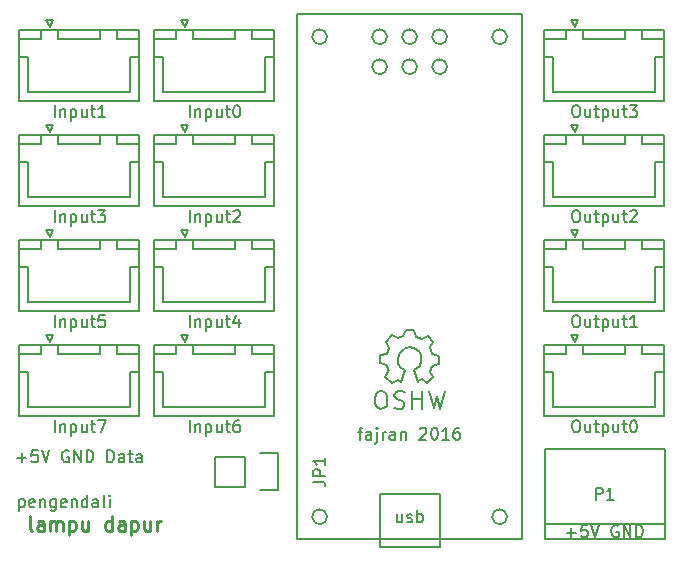
<source format=gbr>
G04 #@! TF.FileFunction,Legend,Top*
%FSLAX46Y46*%
G04 Gerber Fmt 4.6, Leading zero omitted, Abs format (unit mm)*
G04 Created by KiCad (PCBNEW 4.0.2+e4-6225~38~ubuntu15.04.1-stable) date zo 17 jul 2016 23:00:48 CEST*
%MOMM*%
G01*
G04 APERTURE LIST*
%ADD10C,0.100000*%
%ADD11C,0.250000*%
%ADD12C,0.200000*%
%ADD13C,0.150000*%
G04 APERTURE END LIST*
D10*
D11*
X117269287Y-126272857D02*
X117155001Y-126215714D01*
X117097858Y-126101429D01*
X117097858Y-125072857D01*
X118240715Y-126272857D02*
X118240715Y-125644286D01*
X118183572Y-125530000D01*
X118069286Y-125472857D01*
X117840715Y-125472857D01*
X117726429Y-125530000D01*
X118240715Y-126215714D02*
X118126429Y-126272857D01*
X117840715Y-126272857D01*
X117726429Y-126215714D01*
X117669286Y-126101429D01*
X117669286Y-125987143D01*
X117726429Y-125872857D01*
X117840715Y-125815714D01*
X118126429Y-125815714D01*
X118240715Y-125758571D01*
X118812143Y-126272857D02*
X118812143Y-125472857D01*
X118812143Y-125587143D02*
X118869286Y-125530000D01*
X118983572Y-125472857D01*
X119155000Y-125472857D01*
X119269286Y-125530000D01*
X119326429Y-125644286D01*
X119326429Y-126272857D01*
X119326429Y-125644286D02*
X119383572Y-125530000D01*
X119497858Y-125472857D01*
X119669286Y-125472857D01*
X119783572Y-125530000D01*
X119840715Y-125644286D01*
X119840715Y-126272857D01*
X120412143Y-125472857D02*
X120412143Y-126672857D01*
X120412143Y-125530000D02*
X120526429Y-125472857D01*
X120755000Y-125472857D01*
X120869286Y-125530000D01*
X120926429Y-125587143D01*
X120983572Y-125701429D01*
X120983572Y-126044286D01*
X120926429Y-126158571D01*
X120869286Y-126215714D01*
X120755000Y-126272857D01*
X120526429Y-126272857D01*
X120412143Y-126215714D01*
X122012143Y-125472857D02*
X122012143Y-126272857D01*
X121497857Y-125472857D02*
X121497857Y-126101429D01*
X121555000Y-126215714D01*
X121669286Y-126272857D01*
X121840714Y-126272857D01*
X121955000Y-126215714D01*
X122012143Y-126158571D01*
X124012143Y-126272857D02*
X124012143Y-125072857D01*
X124012143Y-126215714D02*
X123897857Y-126272857D01*
X123669286Y-126272857D01*
X123555000Y-126215714D01*
X123497857Y-126158571D01*
X123440714Y-126044286D01*
X123440714Y-125701429D01*
X123497857Y-125587143D01*
X123555000Y-125530000D01*
X123669286Y-125472857D01*
X123897857Y-125472857D01*
X124012143Y-125530000D01*
X125097857Y-126272857D02*
X125097857Y-125644286D01*
X125040714Y-125530000D01*
X124926428Y-125472857D01*
X124697857Y-125472857D01*
X124583571Y-125530000D01*
X125097857Y-126215714D02*
X124983571Y-126272857D01*
X124697857Y-126272857D01*
X124583571Y-126215714D01*
X124526428Y-126101429D01*
X124526428Y-125987143D01*
X124583571Y-125872857D01*
X124697857Y-125815714D01*
X124983571Y-125815714D01*
X125097857Y-125758571D01*
X125669285Y-125472857D02*
X125669285Y-126672857D01*
X125669285Y-125530000D02*
X125783571Y-125472857D01*
X126012142Y-125472857D01*
X126126428Y-125530000D01*
X126183571Y-125587143D01*
X126240714Y-125701429D01*
X126240714Y-126044286D01*
X126183571Y-126158571D01*
X126126428Y-126215714D01*
X126012142Y-126272857D01*
X125783571Y-126272857D01*
X125669285Y-126215714D01*
X127269285Y-125472857D02*
X127269285Y-126272857D01*
X126754999Y-125472857D02*
X126754999Y-126101429D01*
X126812142Y-126215714D01*
X126926428Y-126272857D01*
X127097856Y-126272857D01*
X127212142Y-126215714D01*
X127269285Y-126158571D01*
X127840713Y-126272857D02*
X127840713Y-125472857D01*
X127840713Y-125701429D02*
X127897856Y-125587143D01*
X127954999Y-125530000D01*
X128069285Y-125472857D01*
X128183570Y-125472857D01*
D12*
X116181666Y-123610714D02*
X116181666Y-124610714D01*
X116181666Y-123658333D02*
X116276904Y-123610714D01*
X116467381Y-123610714D01*
X116562619Y-123658333D01*
X116610238Y-123705952D01*
X116657857Y-123801190D01*
X116657857Y-124086905D01*
X116610238Y-124182143D01*
X116562619Y-124229762D01*
X116467381Y-124277381D01*
X116276904Y-124277381D01*
X116181666Y-124229762D01*
X117467381Y-124229762D02*
X117372143Y-124277381D01*
X117181666Y-124277381D01*
X117086428Y-124229762D01*
X117038809Y-124134524D01*
X117038809Y-123753571D01*
X117086428Y-123658333D01*
X117181666Y-123610714D01*
X117372143Y-123610714D01*
X117467381Y-123658333D01*
X117515000Y-123753571D01*
X117515000Y-123848810D01*
X117038809Y-123944048D01*
X117943571Y-123610714D02*
X117943571Y-124277381D01*
X117943571Y-123705952D02*
X117991190Y-123658333D01*
X118086428Y-123610714D01*
X118229286Y-123610714D01*
X118324524Y-123658333D01*
X118372143Y-123753571D01*
X118372143Y-124277381D01*
X119276905Y-123610714D02*
X119276905Y-124420238D01*
X119229286Y-124515476D01*
X119181667Y-124563095D01*
X119086428Y-124610714D01*
X118943571Y-124610714D01*
X118848333Y-124563095D01*
X119276905Y-124229762D02*
X119181667Y-124277381D01*
X118991190Y-124277381D01*
X118895952Y-124229762D01*
X118848333Y-124182143D01*
X118800714Y-124086905D01*
X118800714Y-123801190D01*
X118848333Y-123705952D01*
X118895952Y-123658333D01*
X118991190Y-123610714D01*
X119181667Y-123610714D01*
X119276905Y-123658333D01*
X120134048Y-124229762D02*
X120038810Y-124277381D01*
X119848333Y-124277381D01*
X119753095Y-124229762D01*
X119705476Y-124134524D01*
X119705476Y-123753571D01*
X119753095Y-123658333D01*
X119848333Y-123610714D01*
X120038810Y-123610714D01*
X120134048Y-123658333D01*
X120181667Y-123753571D01*
X120181667Y-123848810D01*
X119705476Y-123944048D01*
X120610238Y-123610714D02*
X120610238Y-124277381D01*
X120610238Y-123705952D02*
X120657857Y-123658333D01*
X120753095Y-123610714D01*
X120895953Y-123610714D01*
X120991191Y-123658333D01*
X121038810Y-123753571D01*
X121038810Y-124277381D01*
X121943572Y-124277381D02*
X121943572Y-123277381D01*
X121943572Y-124229762D02*
X121848334Y-124277381D01*
X121657857Y-124277381D01*
X121562619Y-124229762D01*
X121515000Y-124182143D01*
X121467381Y-124086905D01*
X121467381Y-123801190D01*
X121515000Y-123705952D01*
X121562619Y-123658333D01*
X121657857Y-123610714D01*
X121848334Y-123610714D01*
X121943572Y-123658333D01*
X122848334Y-124277381D02*
X122848334Y-123753571D01*
X122800715Y-123658333D01*
X122705477Y-123610714D01*
X122515000Y-123610714D01*
X122419762Y-123658333D01*
X122848334Y-124229762D02*
X122753096Y-124277381D01*
X122515000Y-124277381D01*
X122419762Y-124229762D01*
X122372143Y-124134524D01*
X122372143Y-124039286D01*
X122419762Y-123944048D01*
X122515000Y-123896429D01*
X122753096Y-123896429D01*
X122848334Y-123848810D01*
X123467381Y-124277381D02*
X123372143Y-124229762D01*
X123324524Y-124134524D01*
X123324524Y-123277381D01*
X123848334Y-124277381D02*
X123848334Y-123610714D01*
X123848334Y-123277381D02*
X123800715Y-123325000D01*
X123848334Y-123372619D01*
X123895953Y-123325000D01*
X123848334Y-123277381D01*
X123848334Y-123372619D01*
X144844047Y-117895714D02*
X145224999Y-117895714D01*
X144986904Y-118562381D02*
X144986904Y-117705238D01*
X145034523Y-117610000D01*
X145129761Y-117562381D01*
X145224999Y-117562381D01*
X145986905Y-118562381D02*
X145986905Y-118038571D01*
X145939286Y-117943333D01*
X145844048Y-117895714D01*
X145653571Y-117895714D01*
X145558333Y-117943333D01*
X145986905Y-118514762D02*
X145891667Y-118562381D01*
X145653571Y-118562381D01*
X145558333Y-118514762D01*
X145510714Y-118419524D01*
X145510714Y-118324286D01*
X145558333Y-118229048D01*
X145653571Y-118181429D01*
X145891667Y-118181429D01*
X145986905Y-118133810D01*
X146463095Y-117895714D02*
X146463095Y-118752857D01*
X146415476Y-118848095D01*
X146320238Y-118895714D01*
X146272619Y-118895714D01*
X146463095Y-117562381D02*
X146415476Y-117610000D01*
X146463095Y-117657619D01*
X146510714Y-117610000D01*
X146463095Y-117562381D01*
X146463095Y-117657619D01*
X146939285Y-118562381D02*
X146939285Y-117895714D01*
X146939285Y-118086190D02*
X146986904Y-117990952D01*
X147034523Y-117943333D01*
X147129761Y-117895714D01*
X147225000Y-117895714D01*
X147986905Y-118562381D02*
X147986905Y-118038571D01*
X147939286Y-117943333D01*
X147844048Y-117895714D01*
X147653571Y-117895714D01*
X147558333Y-117943333D01*
X147986905Y-118514762D02*
X147891667Y-118562381D01*
X147653571Y-118562381D01*
X147558333Y-118514762D01*
X147510714Y-118419524D01*
X147510714Y-118324286D01*
X147558333Y-118229048D01*
X147653571Y-118181429D01*
X147891667Y-118181429D01*
X147986905Y-118133810D01*
X148463095Y-117895714D02*
X148463095Y-118562381D01*
X148463095Y-117990952D02*
X148510714Y-117943333D01*
X148605952Y-117895714D01*
X148748810Y-117895714D01*
X148844048Y-117943333D01*
X148891667Y-118038571D01*
X148891667Y-118562381D01*
X150082143Y-117657619D02*
X150129762Y-117610000D01*
X150225000Y-117562381D01*
X150463096Y-117562381D01*
X150558334Y-117610000D01*
X150605953Y-117657619D01*
X150653572Y-117752857D01*
X150653572Y-117848095D01*
X150605953Y-117990952D01*
X150034524Y-118562381D01*
X150653572Y-118562381D01*
X151272619Y-117562381D02*
X151367858Y-117562381D01*
X151463096Y-117610000D01*
X151510715Y-117657619D01*
X151558334Y-117752857D01*
X151605953Y-117943333D01*
X151605953Y-118181429D01*
X151558334Y-118371905D01*
X151510715Y-118467143D01*
X151463096Y-118514762D01*
X151367858Y-118562381D01*
X151272619Y-118562381D01*
X151177381Y-118514762D01*
X151129762Y-118467143D01*
X151082143Y-118371905D01*
X151034524Y-118181429D01*
X151034524Y-117943333D01*
X151082143Y-117752857D01*
X151129762Y-117657619D01*
X151177381Y-117610000D01*
X151272619Y-117562381D01*
X152558334Y-118562381D02*
X151986905Y-118562381D01*
X152272619Y-118562381D02*
X152272619Y-117562381D01*
X152177381Y-117705238D01*
X152082143Y-117800476D01*
X151986905Y-117848095D01*
X153415477Y-117562381D02*
X153225000Y-117562381D01*
X153129762Y-117610000D01*
X153082143Y-117657619D01*
X152986905Y-117800476D01*
X152939286Y-117990952D01*
X152939286Y-118371905D01*
X152986905Y-118467143D01*
X153034524Y-118514762D01*
X153129762Y-118562381D01*
X153320239Y-118562381D01*
X153415477Y-118514762D01*
X153463096Y-118467143D01*
X153510715Y-118371905D01*
X153510715Y-118133810D01*
X153463096Y-118038571D01*
X153415477Y-117990952D01*
X153320239Y-117943333D01*
X153129762Y-117943333D01*
X153034524Y-117990952D01*
X152986905Y-118038571D01*
X152939286Y-118133810D01*
X116023095Y-120086429D02*
X116785000Y-120086429D01*
X116404048Y-120467381D02*
X116404048Y-119705476D01*
X117737381Y-119467381D02*
X117261190Y-119467381D01*
X117213571Y-119943571D01*
X117261190Y-119895952D01*
X117356428Y-119848333D01*
X117594524Y-119848333D01*
X117689762Y-119895952D01*
X117737381Y-119943571D01*
X117785000Y-120038810D01*
X117785000Y-120276905D01*
X117737381Y-120372143D01*
X117689762Y-120419762D01*
X117594524Y-120467381D01*
X117356428Y-120467381D01*
X117261190Y-120419762D01*
X117213571Y-120372143D01*
X118070714Y-119467381D02*
X118404047Y-120467381D01*
X118737381Y-119467381D01*
X120356429Y-119515000D02*
X120261191Y-119467381D01*
X120118334Y-119467381D01*
X119975476Y-119515000D01*
X119880238Y-119610238D01*
X119832619Y-119705476D01*
X119785000Y-119895952D01*
X119785000Y-120038810D01*
X119832619Y-120229286D01*
X119880238Y-120324524D01*
X119975476Y-120419762D01*
X120118334Y-120467381D01*
X120213572Y-120467381D01*
X120356429Y-120419762D01*
X120404048Y-120372143D01*
X120404048Y-120038810D01*
X120213572Y-120038810D01*
X120832619Y-120467381D02*
X120832619Y-119467381D01*
X121404048Y-120467381D01*
X121404048Y-119467381D01*
X121880238Y-120467381D02*
X121880238Y-119467381D01*
X122118333Y-119467381D01*
X122261191Y-119515000D01*
X122356429Y-119610238D01*
X122404048Y-119705476D01*
X122451667Y-119895952D01*
X122451667Y-120038810D01*
X122404048Y-120229286D01*
X122356429Y-120324524D01*
X122261191Y-120419762D01*
X122118333Y-120467381D01*
X121880238Y-120467381D01*
X123642143Y-120467381D02*
X123642143Y-119467381D01*
X123880238Y-119467381D01*
X124023096Y-119515000D01*
X124118334Y-119610238D01*
X124165953Y-119705476D01*
X124213572Y-119895952D01*
X124213572Y-120038810D01*
X124165953Y-120229286D01*
X124118334Y-120324524D01*
X124023096Y-120419762D01*
X123880238Y-120467381D01*
X123642143Y-120467381D01*
X125070715Y-120467381D02*
X125070715Y-119943571D01*
X125023096Y-119848333D01*
X124927858Y-119800714D01*
X124737381Y-119800714D01*
X124642143Y-119848333D01*
X125070715Y-120419762D02*
X124975477Y-120467381D01*
X124737381Y-120467381D01*
X124642143Y-120419762D01*
X124594524Y-120324524D01*
X124594524Y-120229286D01*
X124642143Y-120134048D01*
X124737381Y-120086429D01*
X124975477Y-120086429D01*
X125070715Y-120038810D01*
X125404048Y-119800714D02*
X125785000Y-119800714D01*
X125546905Y-119467381D02*
X125546905Y-120324524D01*
X125594524Y-120419762D01*
X125689762Y-120467381D01*
X125785000Y-120467381D01*
X126546906Y-120467381D02*
X126546906Y-119943571D01*
X126499287Y-119848333D01*
X126404049Y-119800714D01*
X126213572Y-119800714D01*
X126118334Y-119848333D01*
X126546906Y-120419762D02*
X126451668Y-120467381D01*
X126213572Y-120467381D01*
X126118334Y-120419762D01*
X126070715Y-120324524D01*
X126070715Y-120229286D01*
X126118334Y-120134048D01*
X126213572Y-120086429D01*
X126451668Y-120086429D01*
X126546906Y-120038810D01*
X162544524Y-126436429D02*
X163306429Y-126436429D01*
X162925477Y-126817381D02*
X162925477Y-126055476D01*
X164258810Y-125817381D02*
X163782619Y-125817381D01*
X163735000Y-126293571D01*
X163782619Y-126245952D01*
X163877857Y-126198333D01*
X164115953Y-126198333D01*
X164211191Y-126245952D01*
X164258810Y-126293571D01*
X164306429Y-126388810D01*
X164306429Y-126626905D01*
X164258810Y-126722143D01*
X164211191Y-126769762D01*
X164115953Y-126817381D01*
X163877857Y-126817381D01*
X163782619Y-126769762D01*
X163735000Y-126722143D01*
X164592143Y-125817381D02*
X164925476Y-126817381D01*
X165258810Y-125817381D01*
X166877858Y-125865000D02*
X166782620Y-125817381D01*
X166639763Y-125817381D01*
X166496905Y-125865000D01*
X166401667Y-125960238D01*
X166354048Y-126055476D01*
X166306429Y-126245952D01*
X166306429Y-126388810D01*
X166354048Y-126579286D01*
X166401667Y-126674524D01*
X166496905Y-126769762D01*
X166639763Y-126817381D01*
X166735001Y-126817381D01*
X166877858Y-126769762D01*
X166925477Y-126722143D01*
X166925477Y-126388810D01*
X166735001Y-126388810D01*
X167354048Y-126817381D02*
X167354048Y-125817381D01*
X167925477Y-126817381D01*
X167925477Y-125817381D01*
X168401667Y-126817381D02*
X168401667Y-125817381D01*
X168639762Y-125817381D01*
X168782620Y-125865000D01*
X168877858Y-125960238D01*
X168925477Y-126055476D01*
X168973096Y-126245952D01*
X168973096Y-126388810D01*
X168925477Y-126579286D01*
X168877858Y-126674524D01*
X168782620Y-126769762D01*
X168639762Y-126817381D01*
X168401667Y-126817381D01*
D13*
X139700000Y-82550000D02*
X158750000Y-82550000D01*
X158750000Y-82550000D02*
X158750000Y-127000000D01*
X158750000Y-127000000D02*
X139700000Y-127000000D01*
X139700000Y-127000000D02*
X139700000Y-82550000D01*
X142240000Y-125095000D02*
G75*
G03X142240000Y-125095000I-635000J0D01*
G01*
X157480000Y-125095000D02*
G75*
G03X157480000Y-125095000I-635000J0D01*
G01*
X142240000Y-84455000D02*
G75*
G03X142240000Y-84455000I-635000J0D01*
G01*
X157480000Y-84455000D02*
G75*
G03X157480000Y-84455000I-635000J0D01*
G01*
X147320000Y-84455000D02*
G75*
G03X147320000Y-84455000I-635000J0D01*
G01*
X147320000Y-86995000D02*
G75*
G03X147320000Y-86995000I-635000J0D01*
G01*
X152400000Y-86995000D02*
G75*
G03X152400000Y-86995000I-635000J0D01*
G01*
X152400000Y-84455000D02*
G75*
G03X152400000Y-84455000I-635000J0D01*
G01*
X149860000Y-84455000D02*
G75*
G03X149860000Y-84455000I-635000J0D01*
G01*
X149860000Y-86995000D02*
G75*
G03X149860000Y-86995000I-635000J0D01*
G01*
X151765000Y-123190000D02*
X146685000Y-123190000D01*
X146685000Y-127635000D02*
X151765000Y-127635000D01*
X146685000Y-127635000D02*
X146685000Y-123190000D01*
X151765000Y-123190000D02*
X151765000Y-127635000D01*
X127625000Y-83910000D02*
X127625000Y-89860000D01*
X127625000Y-89860000D02*
X137725000Y-89860000D01*
X137725000Y-89860000D02*
X137725000Y-83910000D01*
X137725000Y-83910000D02*
X127625000Y-83910000D01*
X130925000Y-83910000D02*
X130925000Y-84660000D01*
X130925000Y-84660000D02*
X134425000Y-84660000D01*
X134425000Y-84660000D02*
X134425000Y-83910000D01*
X134425000Y-83910000D02*
X130925000Y-83910000D01*
X127625000Y-83910000D02*
X127625000Y-84660000D01*
X127625000Y-84660000D02*
X129425000Y-84660000D01*
X129425000Y-84660000D02*
X129425000Y-83910000D01*
X129425000Y-83910000D02*
X127625000Y-83910000D01*
X135925000Y-83910000D02*
X135925000Y-84660000D01*
X135925000Y-84660000D02*
X137725000Y-84660000D01*
X137725000Y-84660000D02*
X137725000Y-83910000D01*
X137725000Y-83910000D02*
X135925000Y-83910000D01*
X127625000Y-86160000D02*
X128375000Y-86160000D01*
X128375000Y-86160000D02*
X128375000Y-89110000D01*
X128375000Y-89110000D02*
X132675000Y-89110000D01*
X137725000Y-86160000D02*
X136975000Y-86160000D01*
X136975000Y-86160000D02*
X136975000Y-89110000D01*
X136975000Y-89110000D02*
X132675000Y-89110000D01*
X130175000Y-83610000D02*
X129875000Y-83010000D01*
X129875000Y-83010000D02*
X130475000Y-83010000D01*
X130475000Y-83010000D02*
X130175000Y-83610000D01*
X116195000Y-83910000D02*
X116195000Y-89860000D01*
X116195000Y-89860000D02*
X126295000Y-89860000D01*
X126295000Y-89860000D02*
X126295000Y-83910000D01*
X126295000Y-83910000D02*
X116195000Y-83910000D01*
X119495000Y-83910000D02*
X119495000Y-84660000D01*
X119495000Y-84660000D02*
X122995000Y-84660000D01*
X122995000Y-84660000D02*
X122995000Y-83910000D01*
X122995000Y-83910000D02*
X119495000Y-83910000D01*
X116195000Y-83910000D02*
X116195000Y-84660000D01*
X116195000Y-84660000D02*
X117995000Y-84660000D01*
X117995000Y-84660000D02*
X117995000Y-83910000D01*
X117995000Y-83910000D02*
X116195000Y-83910000D01*
X124495000Y-83910000D02*
X124495000Y-84660000D01*
X124495000Y-84660000D02*
X126295000Y-84660000D01*
X126295000Y-84660000D02*
X126295000Y-83910000D01*
X126295000Y-83910000D02*
X124495000Y-83910000D01*
X116195000Y-86160000D02*
X116945000Y-86160000D01*
X116945000Y-86160000D02*
X116945000Y-89110000D01*
X116945000Y-89110000D02*
X121245000Y-89110000D01*
X126295000Y-86160000D02*
X125545000Y-86160000D01*
X125545000Y-86160000D02*
X125545000Y-89110000D01*
X125545000Y-89110000D02*
X121245000Y-89110000D01*
X118745000Y-83610000D02*
X118445000Y-83010000D01*
X118445000Y-83010000D02*
X119045000Y-83010000D01*
X119045000Y-83010000D02*
X118745000Y-83610000D01*
X127625000Y-92800000D02*
X127625000Y-98750000D01*
X127625000Y-98750000D02*
X137725000Y-98750000D01*
X137725000Y-98750000D02*
X137725000Y-92800000D01*
X137725000Y-92800000D02*
X127625000Y-92800000D01*
X130925000Y-92800000D02*
X130925000Y-93550000D01*
X130925000Y-93550000D02*
X134425000Y-93550000D01*
X134425000Y-93550000D02*
X134425000Y-92800000D01*
X134425000Y-92800000D02*
X130925000Y-92800000D01*
X127625000Y-92800000D02*
X127625000Y-93550000D01*
X127625000Y-93550000D02*
X129425000Y-93550000D01*
X129425000Y-93550000D02*
X129425000Y-92800000D01*
X129425000Y-92800000D02*
X127625000Y-92800000D01*
X135925000Y-92800000D02*
X135925000Y-93550000D01*
X135925000Y-93550000D02*
X137725000Y-93550000D01*
X137725000Y-93550000D02*
X137725000Y-92800000D01*
X137725000Y-92800000D02*
X135925000Y-92800000D01*
X127625000Y-95050000D02*
X128375000Y-95050000D01*
X128375000Y-95050000D02*
X128375000Y-98000000D01*
X128375000Y-98000000D02*
X132675000Y-98000000D01*
X137725000Y-95050000D02*
X136975000Y-95050000D01*
X136975000Y-95050000D02*
X136975000Y-98000000D01*
X136975000Y-98000000D02*
X132675000Y-98000000D01*
X130175000Y-92500000D02*
X129875000Y-91900000D01*
X129875000Y-91900000D02*
X130475000Y-91900000D01*
X130475000Y-91900000D02*
X130175000Y-92500000D01*
X116195000Y-92800000D02*
X116195000Y-98750000D01*
X116195000Y-98750000D02*
X126295000Y-98750000D01*
X126295000Y-98750000D02*
X126295000Y-92800000D01*
X126295000Y-92800000D02*
X116195000Y-92800000D01*
X119495000Y-92800000D02*
X119495000Y-93550000D01*
X119495000Y-93550000D02*
X122995000Y-93550000D01*
X122995000Y-93550000D02*
X122995000Y-92800000D01*
X122995000Y-92800000D02*
X119495000Y-92800000D01*
X116195000Y-92800000D02*
X116195000Y-93550000D01*
X116195000Y-93550000D02*
X117995000Y-93550000D01*
X117995000Y-93550000D02*
X117995000Y-92800000D01*
X117995000Y-92800000D02*
X116195000Y-92800000D01*
X124495000Y-92800000D02*
X124495000Y-93550000D01*
X124495000Y-93550000D02*
X126295000Y-93550000D01*
X126295000Y-93550000D02*
X126295000Y-92800000D01*
X126295000Y-92800000D02*
X124495000Y-92800000D01*
X116195000Y-95050000D02*
X116945000Y-95050000D01*
X116945000Y-95050000D02*
X116945000Y-98000000D01*
X116945000Y-98000000D02*
X121245000Y-98000000D01*
X126295000Y-95050000D02*
X125545000Y-95050000D01*
X125545000Y-95050000D02*
X125545000Y-98000000D01*
X125545000Y-98000000D02*
X121245000Y-98000000D01*
X118745000Y-92500000D02*
X118445000Y-91900000D01*
X118445000Y-91900000D02*
X119045000Y-91900000D01*
X119045000Y-91900000D02*
X118745000Y-92500000D01*
X127625000Y-101690000D02*
X127625000Y-107640000D01*
X127625000Y-107640000D02*
X137725000Y-107640000D01*
X137725000Y-107640000D02*
X137725000Y-101690000D01*
X137725000Y-101690000D02*
X127625000Y-101690000D01*
X130925000Y-101690000D02*
X130925000Y-102440000D01*
X130925000Y-102440000D02*
X134425000Y-102440000D01*
X134425000Y-102440000D02*
X134425000Y-101690000D01*
X134425000Y-101690000D02*
X130925000Y-101690000D01*
X127625000Y-101690000D02*
X127625000Y-102440000D01*
X127625000Y-102440000D02*
X129425000Y-102440000D01*
X129425000Y-102440000D02*
X129425000Y-101690000D01*
X129425000Y-101690000D02*
X127625000Y-101690000D01*
X135925000Y-101690000D02*
X135925000Y-102440000D01*
X135925000Y-102440000D02*
X137725000Y-102440000D01*
X137725000Y-102440000D02*
X137725000Y-101690000D01*
X137725000Y-101690000D02*
X135925000Y-101690000D01*
X127625000Y-103940000D02*
X128375000Y-103940000D01*
X128375000Y-103940000D02*
X128375000Y-106890000D01*
X128375000Y-106890000D02*
X132675000Y-106890000D01*
X137725000Y-103940000D02*
X136975000Y-103940000D01*
X136975000Y-103940000D02*
X136975000Y-106890000D01*
X136975000Y-106890000D02*
X132675000Y-106890000D01*
X130175000Y-101390000D02*
X129875000Y-100790000D01*
X129875000Y-100790000D02*
X130475000Y-100790000D01*
X130475000Y-100790000D02*
X130175000Y-101390000D01*
X116195000Y-101690000D02*
X116195000Y-107640000D01*
X116195000Y-107640000D02*
X126295000Y-107640000D01*
X126295000Y-107640000D02*
X126295000Y-101690000D01*
X126295000Y-101690000D02*
X116195000Y-101690000D01*
X119495000Y-101690000D02*
X119495000Y-102440000D01*
X119495000Y-102440000D02*
X122995000Y-102440000D01*
X122995000Y-102440000D02*
X122995000Y-101690000D01*
X122995000Y-101690000D02*
X119495000Y-101690000D01*
X116195000Y-101690000D02*
X116195000Y-102440000D01*
X116195000Y-102440000D02*
X117995000Y-102440000D01*
X117995000Y-102440000D02*
X117995000Y-101690000D01*
X117995000Y-101690000D02*
X116195000Y-101690000D01*
X124495000Y-101690000D02*
X124495000Y-102440000D01*
X124495000Y-102440000D02*
X126295000Y-102440000D01*
X126295000Y-102440000D02*
X126295000Y-101690000D01*
X126295000Y-101690000D02*
X124495000Y-101690000D01*
X116195000Y-103940000D02*
X116945000Y-103940000D01*
X116945000Y-103940000D02*
X116945000Y-106890000D01*
X116945000Y-106890000D02*
X121245000Y-106890000D01*
X126295000Y-103940000D02*
X125545000Y-103940000D01*
X125545000Y-103940000D02*
X125545000Y-106890000D01*
X125545000Y-106890000D02*
X121245000Y-106890000D01*
X118745000Y-101390000D02*
X118445000Y-100790000D01*
X118445000Y-100790000D02*
X119045000Y-100790000D01*
X119045000Y-100790000D02*
X118745000Y-101390000D01*
X127625000Y-110580000D02*
X127625000Y-116530000D01*
X127625000Y-116530000D02*
X137725000Y-116530000D01*
X137725000Y-116530000D02*
X137725000Y-110580000D01*
X137725000Y-110580000D02*
X127625000Y-110580000D01*
X130925000Y-110580000D02*
X130925000Y-111330000D01*
X130925000Y-111330000D02*
X134425000Y-111330000D01*
X134425000Y-111330000D02*
X134425000Y-110580000D01*
X134425000Y-110580000D02*
X130925000Y-110580000D01*
X127625000Y-110580000D02*
X127625000Y-111330000D01*
X127625000Y-111330000D02*
X129425000Y-111330000D01*
X129425000Y-111330000D02*
X129425000Y-110580000D01*
X129425000Y-110580000D02*
X127625000Y-110580000D01*
X135925000Y-110580000D02*
X135925000Y-111330000D01*
X135925000Y-111330000D02*
X137725000Y-111330000D01*
X137725000Y-111330000D02*
X137725000Y-110580000D01*
X137725000Y-110580000D02*
X135925000Y-110580000D01*
X127625000Y-112830000D02*
X128375000Y-112830000D01*
X128375000Y-112830000D02*
X128375000Y-115780000D01*
X128375000Y-115780000D02*
X132675000Y-115780000D01*
X137725000Y-112830000D02*
X136975000Y-112830000D01*
X136975000Y-112830000D02*
X136975000Y-115780000D01*
X136975000Y-115780000D02*
X132675000Y-115780000D01*
X130175000Y-110280000D02*
X129875000Y-109680000D01*
X129875000Y-109680000D02*
X130475000Y-109680000D01*
X130475000Y-109680000D02*
X130175000Y-110280000D01*
X116195000Y-110580000D02*
X116195000Y-116530000D01*
X116195000Y-116530000D02*
X126295000Y-116530000D01*
X126295000Y-116530000D02*
X126295000Y-110580000D01*
X126295000Y-110580000D02*
X116195000Y-110580000D01*
X119495000Y-110580000D02*
X119495000Y-111330000D01*
X119495000Y-111330000D02*
X122995000Y-111330000D01*
X122995000Y-111330000D02*
X122995000Y-110580000D01*
X122995000Y-110580000D02*
X119495000Y-110580000D01*
X116195000Y-110580000D02*
X116195000Y-111330000D01*
X116195000Y-111330000D02*
X117995000Y-111330000D01*
X117995000Y-111330000D02*
X117995000Y-110580000D01*
X117995000Y-110580000D02*
X116195000Y-110580000D01*
X124495000Y-110580000D02*
X124495000Y-111330000D01*
X124495000Y-111330000D02*
X126295000Y-111330000D01*
X126295000Y-111330000D02*
X126295000Y-110580000D01*
X126295000Y-110580000D02*
X124495000Y-110580000D01*
X116195000Y-112830000D02*
X116945000Y-112830000D01*
X116945000Y-112830000D02*
X116945000Y-115780000D01*
X116945000Y-115780000D02*
X121245000Y-115780000D01*
X126295000Y-112830000D02*
X125545000Y-112830000D01*
X125545000Y-112830000D02*
X125545000Y-115780000D01*
X125545000Y-115780000D02*
X121245000Y-115780000D01*
X118745000Y-110280000D02*
X118445000Y-109680000D01*
X118445000Y-109680000D02*
X119045000Y-109680000D01*
X119045000Y-109680000D02*
X118745000Y-110280000D01*
X135255000Y-122555000D02*
X132715000Y-122555000D01*
X138075000Y-122835000D02*
X136525000Y-122835000D01*
X135255000Y-122555000D02*
X135255000Y-120015000D01*
X136525000Y-119735000D02*
X138075000Y-119735000D01*
X138075000Y-119735000D02*
X138075000Y-122835000D01*
X135255000Y-120015000D02*
X132715000Y-120015000D01*
X132715000Y-120015000D02*
X132715000Y-122555000D01*
X160645000Y-110580000D02*
X160645000Y-116530000D01*
X160645000Y-116530000D02*
X170745000Y-116530000D01*
X170745000Y-116530000D02*
X170745000Y-110580000D01*
X170745000Y-110580000D02*
X160645000Y-110580000D01*
X163945000Y-110580000D02*
X163945000Y-111330000D01*
X163945000Y-111330000D02*
X167445000Y-111330000D01*
X167445000Y-111330000D02*
X167445000Y-110580000D01*
X167445000Y-110580000D02*
X163945000Y-110580000D01*
X160645000Y-110580000D02*
X160645000Y-111330000D01*
X160645000Y-111330000D02*
X162445000Y-111330000D01*
X162445000Y-111330000D02*
X162445000Y-110580000D01*
X162445000Y-110580000D02*
X160645000Y-110580000D01*
X168945000Y-110580000D02*
X168945000Y-111330000D01*
X168945000Y-111330000D02*
X170745000Y-111330000D01*
X170745000Y-111330000D02*
X170745000Y-110580000D01*
X170745000Y-110580000D02*
X168945000Y-110580000D01*
X160645000Y-112830000D02*
X161395000Y-112830000D01*
X161395000Y-112830000D02*
X161395000Y-115780000D01*
X161395000Y-115780000D02*
X165695000Y-115780000D01*
X170745000Y-112830000D02*
X169995000Y-112830000D01*
X169995000Y-112830000D02*
X169995000Y-115780000D01*
X169995000Y-115780000D02*
X165695000Y-115780000D01*
X163195000Y-110280000D02*
X162895000Y-109680000D01*
X162895000Y-109680000D02*
X163495000Y-109680000D01*
X163495000Y-109680000D02*
X163195000Y-110280000D01*
X160645000Y-101690000D02*
X160645000Y-107640000D01*
X160645000Y-107640000D02*
X170745000Y-107640000D01*
X170745000Y-107640000D02*
X170745000Y-101690000D01*
X170745000Y-101690000D02*
X160645000Y-101690000D01*
X163945000Y-101690000D02*
X163945000Y-102440000D01*
X163945000Y-102440000D02*
X167445000Y-102440000D01*
X167445000Y-102440000D02*
X167445000Y-101690000D01*
X167445000Y-101690000D02*
X163945000Y-101690000D01*
X160645000Y-101690000D02*
X160645000Y-102440000D01*
X160645000Y-102440000D02*
X162445000Y-102440000D01*
X162445000Y-102440000D02*
X162445000Y-101690000D01*
X162445000Y-101690000D02*
X160645000Y-101690000D01*
X168945000Y-101690000D02*
X168945000Y-102440000D01*
X168945000Y-102440000D02*
X170745000Y-102440000D01*
X170745000Y-102440000D02*
X170745000Y-101690000D01*
X170745000Y-101690000D02*
X168945000Y-101690000D01*
X160645000Y-103940000D02*
X161395000Y-103940000D01*
X161395000Y-103940000D02*
X161395000Y-106890000D01*
X161395000Y-106890000D02*
X165695000Y-106890000D01*
X170745000Y-103940000D02*
X169995000Y-103940000D01*
X169995000Y-103940000D02*
X169995000Y-106890000D01*
X169995000Y-106890000D02*
X165695000Y-106890000D01*
X163195000Y-101390000D02*
X162895000Y-100790000D01*
X162895000Y-100790000D02*
X163495000Y-100790000D01*
X163495000Y-100790000D02*
X163195000Y-101390000D01*
X160645000Y-92800000D02*
X160645000Y-98750000D01*
X160645000Y-98750000D02*
X170745000Y-98750000D01*
X170745000Y-98750000D02*
X170745000Y-92800000D01*
X170745000Y-92800000D02*
X160645000Y-92800000D01*
X163945000Y-92800000D02*
X163945000Y-93550000D01*
X163945000Y-93550000D02*
X167445000Y-93550000D01*
X167445000Y-93550000D02*
X167445000Y-92800000D01*
X167445000Y-92800000D02*
X163945000Y-92800000D01*
X160645000Y-92800000D02*
X160645000Y-93550000D01*
X160645000Y-93550000D02*
X162445000Y-93550000D01*
X162445000Y-93550000D02*
X162445000Y-92800000D01*
X162445000Y-92800000D02*
X160645000Y-92800000D01*
X168945000Y-92800000D02*
X168945000Y-93550000D01*
X168945000Y-93550000D02*
X170745000Y-93550000D01*
X170745000Y-93550000D02*
X170745000Y-92800000D01*
X170745000Y-92800000D02*
X168945000Y-92800000D01*
X160645000Y-95050000D02*
X161395000Y-95050000D01*
X161395000Y-95050000D02*
X161395000Y-98000000D01*
X161395000Y-98000000D02*
X165695000Y-98000000D01*
X170745000Y-95050000D02*
X169995000Y-95050000D01*
X169995000Y-95050000D02*
X169995000Y-98000000D01*
X169995000Y-98000000D02*
X165695000Y-98000000D01*
X163195000Y-92500000D02*
X162895000Y-91900000D01*
X162895000Y-91900000D02*
X163495000Y-91900000D01*
X163495000Y-91900000D02*
X163195000Y-92500000D01*
X160645000Y-83910000D02*
X160645000Y-89860000D01*
X160645000Y-89860000D02*
X170745000Y-89860000D01*
X170745000Y-89860000D02*
X170745000Y-83910000D01*
X170745000Y-83910000D02*
X160645000Y-83910000D01*
X163945000Y-83910000D02*
X163945000Y-84660000D01*
X163945000Y-84660000D02*
X167445000Y-84660000D01*
X167445000Y-84660000D02*
X167445000Y-83910000D01*
X167445000Y-83910000D02*
X163945000Y-83910000D01*
X160645000Y-83910000D02*
X160645000Y-84660000D01*
X160645000Y-84660000D02*
X162445000Y-84660000D01*
X162445000Y-84660000D02*
X162445000Y-83910000D01*
X162445000Y-83910000D02*
X160645000Y-83910000D01*
X168945000Y-83910000D02*
X168945000Y-84660000D01*
X168945000Y-84660000D02*
X170745000Y-84660000D01*
X170745000Y-84660000D02*
X170745000Y-83910000D01*
X170745000Y-83910000D02*
X168945000Y-83910000D01*
X160645000Y-86160000D02*
X161395000Y-86160000D01*
X161395000Y-86160000D02*
X161395000Y-89110000D01*
X161395000Y-89110000D02*
X165695000Y-89110000D01*
X170745000Y-86160000D02*
X169995000Y-86160000D01*
X169995000Y-86160000D02*
X169995000Y-89110000D01*
X169995000Y-89110000D02*
X165695000Y-89110000D01*
X163195000Y-83610000D02*
X162895000Y-83010000D01*
X162895000Y-83010000D02*
X163495000Y-83010000D01*
X163495000Y-83010000D02*
X163195000Y-83610000D01*
X170815000Y-125730000D02*
X160655000Y-125730000D01*
X170815000Y-127000000D02*
X170815000Y-119380000D01*
X170815000Y-119380000D02*
X160655000Y-119380000D01*
X160655000Y-119380000D02*
X160655000Y-127000000D01*
X160655000Y-127000000D02*
X170815000Y-127000000D01*
X150893780Y-114449860D02*
X151254460Y-115920520D01*
X151254460Y-115920520D02*
X151533860Y-114858800D01*
X151533860Y-114858800D02*
X151843740Y-115930680D01*
X151843740Y-115930680D02*
X152184100Y-114480340D01*
X149473920Y-115140740D02*
X150263860Y-115130580D01*
X150263860Y-115130580D02*
X150274020Y-115140740D01*
X150274020Y-115140740D02*
X150274020Y-115130580D01*
X150314660Y-114419380D02*
X150314660Y-115961160D01*
X149425660Y-114409220D02*
X149425660Y-115978940D01*
X149425660Y-115978940D02*
X149435820Y-115968780D01*
X148874480Y-114510820D02*
X148523960Y-114429540D01*
X148523960Y-114429540D02*
X148203920Y-114419380D01*
X148203920Y-114419380D02*
X147965160Y-114620040D01*
X147965160Y-114620040D02*
X147934680Y-114889280D01*
X147934680Y-114889280D02*
X148175980Y-115130580D01*
X148175980Y-115130580D02*
X148564600Y-115260120D01*
X148564600Y-115260120D02*
X148744940Y-115420140D01*
X148744940Y-115420140D02*
X148785580Y-115719860D01*
X148785580Y-115719860D02*
X148554440Y-115940840D01*
X148554440Y-115940840D02*
X148234400Y-115968780D01*
X148234400Y-115968780D02*
X147883880Y-115859560D01*
X146845020Y-114409220D02*
X146596100Y-114429540D01*
X146596100Y-114429540D02*
X146354800Y-114670840D01*
X146354800Y-114670840D02*
X146265900Y-115161060D01*
X146265900Y-115161060D02*
X146293840Y-115509040D01*
X146293840Y-115509040D02*
X146494500Y-115829080D01*
X146494500Y-115829080D02*
X146745960Y-115951000D01*
X146745960Y-115951000D02*
X147055840Y-115879880D01*
X147055840Y-115879880D02*
X147274280Y-115699540D01*
X147274280Y-115699540D02*
X147345400Y-115239800D01*
X147345400Y-115239800D02*
X147294600Y-114830860D01*
X147294600Y-114830860D02*
X147185380Y-114548920D01*
X147185380Y-114548920D02*
X146824700Y-114419380D01*
X147444460Y-112689640D02*
X147185380Y-113250980D01*
X147185380Y-113250980D02*
X147723860Y-113769140D01*
X147723860Y-113769140D02*
X148244560Y-113499900D01*
X148244560Y-113499900D02*
X148523960Y-113659920D01*
X149964140Y-113639600D02*
X150294340Y-113449100D01*
X150294340Y-113449100D02*
X150733760Y-113779300D01*
X150733760Y-113779300D02*
X151206200Y-113289080D01*
X151206200Y-113289080D02*
X150924260Y-112809020D01*
X150924260Y-112809020D02*
X151114760Y-112339120D01*
X151114760Y-112339120D02*
X151724360Y-112151160D01*
X151724360Y-112151160D02*
X151724360Y-111470440D01*
X151724360Y-111470440D02*
X151165560Y-111330740D01*
X151165560Y-111330740D02*
X150964900Y-110759240D01*
X150964900Y-110759240D02*
X151234140Y-110289340D01*
X151234140Y-110289340D02*
X150764240Y-109778800D01*
X150764240Y-109778800D02*
X150246080Y-110040420D01*
X150246080Y-110040420D02*
X149776180Y-109839760D01*
X149776180Y-109839760D02*
X149606000Y-109298740D01*
X149606000Y-109298740D02*
X148915120Y-109280960D01*
X148915120Y-109280960D02*
X148704300Y-109829600D01*
X148704300Y-109829600D02*
X148285200Y-109999780D01*
X148285200Y-109999780D02*
X147734020Y-109730540D01*
X147734020Y-109730540D02*
X147215860Y-110258860D01*
X147215860Y-110258860D02*
X147464780Y-110799880D01*
X147464780Y-110799880D02*
X147294600Y-111279940D01*
X147294600Y-111279940D02*
X146745960Y-111379000D01*
X146745960Y-111379000D02*
X146735800Y-112080040D01*
X146735800Y-112080040D02*
X147294600Y-112280700D01*
X147294600Y-112280700D02*
X147434300Y-112679480D01*
X149575520Y-112659160D02*
X149875240Y-112509300D01*
X149875240Y-112509300D02*
X150075900Y-112311180D01*
X150075900Y-112311180D02*
X150225760Y-111909860D01*
X150225760Y-111909860D02*
X150225760Y-111511080D01*
X150225760Y-111511080D02*
X150075900Y-111160560D01*
X150075900Y-111160560D02*
X149623780Y-110810040D01*
X149623780Y-110810040D02*
X149174200Y-110759240D01*
X149174200Y-110759240D02*
X148775420Y-110860840D01*
X148775420Y-110860840D02*
X148374100Y-111208820D01*
X148374100Y-111208820D02*
X148224240Y-111660940D01*
X148224240Y-111660940D02*
X148275040Y-112158780D01*
X148275040Y-112158780D02*
X148523960Y-112461040D01*
X148523960Y-112461040D02*
X148874480Y-112659160D01*
X148874480Y-112659160D02*
X148523960Y-113659920D01*
X149575520Y-112659160D02*
X149974300Y-113659920D01*
X148582143Y-124880714D02*
X148582143Y-125547381D01*
X148153571Y-124880714D02*
X148153571Y-125404524D01*
X148201190Y-125499762D01*
X148296428Y-125547381D01*
X148439286Y-125547381D01*
X148534524Y-125499762D01*
X148582143Y-125452143D01*
X149010714Y-125499762D02*
X149105952Y-125547381D01*
X149296428Y-125547381D01*
X149391667Y-125499762D01*
X149439286Y-125404524D01*
X149439286Y-125356905D01*
X149391667Y-125261667D01*
X149296428Y-125214048D01*
X149153571Y-125214048D01*
X149058333Y-125166429D01*
X149010714Y-125071190D01*
X149010714Y-125023571D01*
X149058333Y-124928333D01*
X149153571Y-124880714D01*
X149296428Y-124880714D01*
X149391667Y-124928333D01*
X149867857Y-125547381D02*
X149867857Y-124547381D01*
X149867857Y-124928333D02*
X149963095Y-124880714D01*
X150153572Y-124880714D01*
X150248810Y-124928333D01*
X150296429Y-124975952D01*
X150344048Y-125071190D01*
X150344048Y-125356905D01*
X150296429Y-125452143D01*
X150248810Y-125499762D01*
X150153572Y-125547381D01*
X149963095Y-125547381D01*
X149867857Y-125499762D01*
X130595952Y-91257381D02*
X130595952Y-90257381D01*
X131072142Y-90590714D02*
X131072142Y-91257381D01*
X131072142Y-90685952D02*
X131119761Y-90638333D01*
X131214999Y-90590714D01*
X131357857Y-90590714D01*
X131453095Y-90638333D01*
X131500714Y-90733571D01*
X131500714Y-91257381D01*
X131976904Y-90590714D02*
X131976904Y-91590714D01*
X131976904Y-90638333D02*
X132072142Y-90590714D01*
X132262619Y-90590714D01*
X132357857Y-90638333D01*
X132405476Y-90685952D01*
X132453095Y-90781190D01*
X132453095Y-91066905D01*
X132405476Y-91162143D01*
X132357857Y-91209762D01*
X132262619Y-91257381D01*
X132072142Y-91257381D01*
X131976904Y-91209762D01*
X133310238Y-90590714D02*
X133310238Y-91257381D01*
X132881666Y-90590714D02*
X132881666Y-91114524D01*
X132929285Y-91209762D01*
X133024523Y-91257381D01*
X133167381Y-91257381D01*
X133262619Y-91209762D01*
X133310238Y-91162143D01*
X133643571Y-90590714D02*
X134024523Y-90590714D01*
X133786428Y-90257381D02*
X133786428Y-91114524D01*
X133834047Y-91209762D01*
X133929285Y-91257381D01*
X134024523Y-91257381D01*
X134548333Y-90257381D02*
X134643572Y-90257381D01*
X134738810Y-90305000D01*
X134786429Y-90352619D01*
X134834048Y-90447857D01*
X134881667Y-90638333D01*
X134881667Y-90876429D01*
X134834048Y-91066905D01*
X134786429Y-91162143D01*
X134738810Y-91209762D01*
X134643572Y-91257381D01*
X134548333Y-91257381D01*
X134453095Y-91209762D01*
X134405476Y-91162143D01*
X134357857Y-91066905D01*
X134310238Y-90876429D01*
X134310238Y-90638333D01*
X134357857Y-90447857D01*
X134405476Y-90352619D01*
X134453095Y-90305000D01*
X134548333Y-90257381D01*
X119165952Y-91257381D02*
X119165952Y-90257381D01*
X119642142Y-90590714D02*
X119642142Y-91257381D01*
X119642142Y-90685952D02*
X119689761Y-90638333D01*
X119784999Y-90590714D01*
X119927857Y-90590714D01*
X120023095Y-90638333D01*
X120070714Y-90733571D01*
X120070714Y-91257381D01*
X120546904Y-90590714D02*
X120546904Y-91590714D01*
X120546904Y-90638333D02*
X120642142Y-90590714D01*
X120832619Y-90590714D01*
X120927857Y-90638333D01*
X120975476Y-90685952D01*
X121023095Y-90781190D01*
X121023095Y-91066905D01*
X120975476Y-91162143D01*
X120927857Y-91209762D01*
X120832619Y-91257381D01*
X120642142Y-91257381D01*
X120546904Y-91209762D01*
X121880238Y-90590714D02*
X121880238Y-91257381D01*
X121451666Y-90590714D02*
X121451666Y-91114524D01*
X121499285Y-91209762D01*
X121594523Y-91257381D01*
X121737381Y-91257381D01*
X121832619Y-91209762D01*
X121880238Y-91162143D01*
X122213571Y-90590714D02*
X122594523Y-90590714D01*
X122356428Y-90257381D02*
X122356428Y-91114524D01*
X122404047Y-91209762D01*
X122499285Y-91257381D01*
X122594523Y-91257381D01*
X123451667Y-91257381D02*
X122880238Y-91257381D01*
X123165952Y-91257381D02*
X123165952Y-90257381D01*
X123070714Y-90400238D01*
X122975476Y-90495476D01*
X122880238Y-90543095D01*
X130595952Y-100147381D02*
X130595952Y-99147381D01*
X131072142Y-99480714D02*
X131072142Y-100147381D01*
X131072142Y-99575952D02*
X131119761Y-99528333D01*
X131214999Y-99480714D01*
X131357857Y-99480714D01*
X131453095Y-99528333D01*
X131500714Y-99623571D01*
X131500714Y-100147381D01*
X131976904Y-99480714D02*
X131976904Y-100480714D01*
X131976904Y-99528333D02*
X132072142Y-99480714D01*
X132262619Y-99480714D01*
X132357857Y-99528333D01*
X132405476Y-99575952D01*
X132453095Y-99671190D01*
X132453095Y-99956905D01*
X132405476Y-100052143D01*
X132357857Y-100099762D01*
X132262619Y-100147381D01*
X132072142Y-100147381D01*
X131976904Y-100099762D01*
X133310238Y-99480714D02*
X133310238Y-100147381D01*
X132881666Y-99480714D02*
X132881666Y-100004524D01*
X132929285Y-100099762D01*
X133024523Y-100147381D01*
X133167381Y-100147381D01*
X133262619Y-100099762D01*
X133310238Y-100052143D01*
X133643571Y-99480714D02*
X134024523Y-99480714D01*
X133786428Y-99147381D02*
X133786428Y-100004524D01*
X133834047Y-100099762D01*
X133929285Y-100147381D01*
X134024523Y-100147381D01*
X134310238Y-99242619D02*
X134357857Y-99195000D01*
X134453095Y-99147381D01*
X134691191Y-99147381D01*
X134786429Y-99195000D01*
X134834048Y-99242619D01*
X134881667Y-99337857D01*
X134881667Y-99433095D01*
X134834048Y-99575952D01*
X134262619Y-100147381D01*
X134881667Y-100147381D01*
X119165952Y-100147381D02*
X119165952Y-99147381D01*
X119642142Y-99480714D02*
X119642142Y-100147381D01*
X119642142Y-99575952D02*
X119689761Y-99528333D01*
X119784999Y-99480714D01*
X119927857Y-99480714D01*
X120023095Y-99528333D01*
X120070714Y-99623571D01*
X120070714Y-100147381D01*
X120546904Y-99480714D02*
X120546904Y-100480714D01*
X120546904Y-99528333D02*
X120642142Y-99480714D01*
X120832619Y-99480714D01*
X120927857Y-99528333D01*
X120975476Y-99575952D01*
X121023095Y-99671190D01*
X121023095Y-99956905D01*
X120975476Y-100052143D01*
X120927857Y-100099762D01*
X120832619Y-100147381D01*
X120642142Y-100147381D01*
X120546904Y-100099762D01*
X121880238Y-99480714D02*
X121880238Y-100147381D01*
X121451666Y-99480714D02*
X121451666Y-100004524D01*
X121499285Y-100099762D01*
X121594523Y-100147381D01*
X121737381Y-100147381D01*
X121832619Y-100099762D01*
X121880238Y-100052143D01*
X122213571Y-99480714D02*
X122594523Y-99480714D01*
X122356428Y-99147381D02*
X122356428Y-100004524D01*
X122404047Y-100099762D01*
X122499285Y-100147381D01*
X122594523Y-100147381D01*
X122832619Y-99147381D02*
X123451667Y-99147381D01*
X123118333Y-99528333D01*
X123261191Y-99528333D01*
X123356429Y-99575952D01*
X123404048Y-99623571D01*
X123451667Y-99718810D01*
X123451667Y-99956905D01*
X123404048Y-100052143D01*
X123356429Y-100099762D01*
X123261191Y-100147381D01*
X122975476Y-100147381D01*
X122880238Y-100099762D01*
X122832619Y-100052143D01*
X130595952Y-109037381D02*
X130595952Y-108037381D01*
X131072142Y-108370714D02*
X131072142Y-109037381D01*
X131072142Y-108465952D02*
X131119761Y-108418333D01*
X131214999Y-108370714D01*
X131357857Y-108370714D01*
X131453095Y-108418333D01*
X131500714Y-108513571D01*
X131500714Y-109037381D01*
X131976904Y-108370714D02*
X131976904Y-109370714D01*
X131976904Y-108418333D02*
X132072142Y-108370714D01*
X132262619Y-108370714D01*
X132357857Y-108418333D01*
X132405476Y-108465952D01*
X132453095Y-108561190D01*
X132453095Y-108846905D01*
X132405476Y-108942143D01*
X132357857Y-108989762D01*
X132262619Y-109037381D01*
X132072142Y-109037381D01*
X131976904Y-108989762D01*
X133310238Y-108370714D02*
X133310238Y-109037381D01*
X132881666Y-108370714D02*
X132881666Y-108894524D01*
X132929285Y-108989762D01*
X133024523Y-109037381D01*
X133167381Y-109037381D01*
X133262619Y-108989762D01*
X133310238Y-108942143D01*
X133643571Y-108370714D02*
X134024523Y-108370714D01*
X133786428Y-108037381D02*
X133786428Y-108894524D01*
X133834047Y-108989762D01*
X133929285Y-109037381D01*
X134024523Y-109037381D01*
X134786429Y-108370714D02*
X134786429Y-109037381D01*
X134548333Y-107989762D02*
X134310238Y-108704048D01*
X134929286Y-108704048D01*
X119165952Y-109037381D02*
X119165952Y-108037381D01*
X119642142Y-108370714D02*
X119642142Y-109037381D01*
X119642142Y-108465952D02*
X119689761Y-108418333D01*
X119784999Y-108370714D01*
X119927857Y-108370714D01*
X120023095Y-108418333D01*
X120070714Y-108513571D01*
X120070714Y-109037381D01*
X120546904Y-108370714D02*
X120546904Y-109370714D01*
X120546904Y-108418333D02*
X120642142Y-108370714D01*
X120832619Y-108370714D01*
X120927857Y-108418333D01*
X120975476Y-108465952D01*
X121023095Y-108561190D01*
X121023095Y-108846905D01*
X120975476Y-108942143D01*
X120927857Y-108989762D01*
X120832619Y-109037381D01*
X120642142Y-109037381D01*
X120546904Y-108989762D01*
X121880238Y-108370714D02*
X121880238Y-109037381D01*
X121451666Y-108370714D02*
X121451666Y-108894524D01*
X121499285Y-108989762D01*
X121594523Y-109037381D01*
X121737381Y-109037381D01*
X121832619Y-108989762D01*
X121880238Y-108942143D01*
X122213571Y-108370714D02*
X122594523Y-108370714D01*
X122356428Y-108037381D02*
X122356428Y-108894524D01*
X122404047Y-108989762D01*
X122499285Y-109037381D01*
X122594523Y-109037381D01*
X123404048Y-108037381D02*
X122927857Y-108037381D01*
X122880238Y-108513571D01*
X122927857Y-108465952D01*
X123023095Y-108418333D01*
X123261191Y-108418333D01*
X123356429Y-108465952D01*
X123404048Y-108513571D01*
X123451667Y-108608810D01*
X123451667Y-108846905D01*
X123404048Y-108942143D01*
X123356429Y-108989762D01*
X123261191Y-109037381D01*
X123023095Y-109037381D01*
X122927857Y-108989762D01*
X122880238Y-108942143D01*
X130595952Y-117927381D02*
X130595952Y-116927381D01*
X131072142Y-117260714D02*
X131072142Y-117927381D01*
X131072142Y-117355952D02*
X131119761Y-117308333D01*
X131214999Y-117260714D01*
X131357857Y-117260714D01*
X131453095Y-117308333D01*
X131500714Y-117403571D01*
X131500714Y-117927381D01*
X131976904Y-117260714D02*
X131976904Y-118260714D01*
X131976904Y-117308333D02*
X132072142Y-117260714D01*
X132262619Y-117260714D01*
X132357857Y-117308333D01*
X132405476Y-117355952D01*
X132453095Y-117451190D01*
X132453095Y-117736905D01*
X132405476Y-117832143D01*
X132357857Y-117879762D01*
X132262619Y-117927381D01*
X132072142Y-117927381D01*
X131976904Y-117879762D01*
X133310238Y-117260714D02*
X133310238Y-117927381D01*
X132881666Y-117260714D02*
X132881666Y-117784524D01*
X132929285Y-117879762D01*
X133024523Y-117927381D01*
X133167381Y-117927381D01*
X133262619Y-117879762D01*
X133310238Y-117832143D01*
X133643571Y-117260714D02*
X134024523Y-117260714D01*
X133786428Y-116927381D02*
X133786428Y-117784524D01*
X133834047Y-117879762D01*
X133929285Y-117927381D01*
X134024523Y-117927381D01*
X134786429Y-116927381D02*
X134595952Y-116927381D01*
X134500714Y-116975000D01*
X134453095Y-117022619D01*
X134357857Y-117165476D01*
X134310238Y-117355952D01*
X134310238Y-117736905D01*
X134357857Y-117832143D01*
X134405476Y-117879762D01*
X134500714Y-117927381D01*
X134691191Y-117927381D01*
X134786429Y-117879762D01*
X134834048Y-117832143D01*
X134881667Y-117736905D01*
X134881667Y-117498810D01*
X134834048Y-117403571D01*
X134786429Y-117355952D01*
X134691191Y-117308333D01*
X134500714Y-117308333D01*
X134405476Y-117355952D01*
X134357857Y-117403571D01*
X134310238Y-117498810D01*
X119165952Y-117927381D02*
X119165952Y-116927381D01*
X119642142Y-117260714D02*
X119642142Y-117927381D01*
X119642142Y-117355952D02*
X119689761Y-117308333D01*
X119784999Y-117260714D01*
X119927857Y-117260714D01*
X120023095Y-117308333D01*
X120070714Y-117403571D01*
X120070714Y-117927381D01*
X120546904Y-117260714D02*
X120546904Y-118260714D01*
X120546904Y-117308333D02*
X120642142Y-117260714D01*
X120832619Y-117260714D01*
X120927857Y-117308333D01*
X120975476Y-117355952D01*
X121023095Y-117451190D01*
X121023095Y-117736905D01*
X120975476Y-117832143D01*
X120927857Y-117879762D01*
X120832619Y-117927381D01*
X120642142Y-117927381D01*
X120546904Y-117879762D01*
X121880238Y-117260714D02*
X121880238Y-117927381D01*
X121451666Y-117260714D02*
X121451666Y-117784524D01*
X121499285Y-117879762D01*
X121594523Y-117927381D01*
X121737381Y-117927381D01*
X121832619Y-117879762D01*
X121880238Y-117832143D01*
X122213571Y-117260714D02*
X122594523Y-117260714D01*
X122356428Y-116927381D02*
X122356428Y-117784524D01*
X122404047Y-117879762D01*
X122499285Y-117927381D01*
X122594523Y-117927381D01*
X122832619Y-116927381D02*
X123499286Y-116927381D01*
X123070714Y-117927381D01*
X141077381Y-122118333D02*
X141791667Y-122118333D01*
X141934524Y-122165953D01*
X142029762Y-122261191D01*
X142077381Y-122404048D01*
X142077381Y-122499286D01*
X142077381Y-121642143D02*
X141077381Y-121642143D01*
X141077381Y-121261190D01*
X141125000Y-121165952D01*
X141172619Y-121118333D01*
X141267857Y-121070714D01*
X141410714Y-121070714D01*
X141505952Y-121118333D01*
X141553571Y-121165952D01*
X141601190Y-121261190D01*
X141601190Y-121642143D01*
X142077381Y-120118333D02*
X142077381Y-120689762D01*
X142077381Y-120404048D02*
X141077381Y-120404048D01*
X141220238Y-120499286D01*
X141315476Y-120594524D01*
X141363095Y-120689762D01*
X163234999Y-116927381D02*
X163425476Y-116927381D01*
X163520714Y-116975000D01*
X163615952Y-117070238D01*
X163663571Y-117260714D01*
X163663571Y-117594048D01*
X163615952Y-117784524D01*
X163520714Y-117879762D01*
X163425476Y-117927381D01*
X163234999Y-117927381D01*
X163139761Y-117879762D01*
X163044523Y-117784524D01*
X162996904Y-117594048D01*
X162996904Y-117260714D01*
X163044523Y-117070238D01*
X163139761Y-116975000D01*
X163234999Y-116927381D01*
X164520714Y-117260714D02*
X164520714Y-117927381D01*
X164092142Y-117260714D02*
X164092142Y-117784524D01*
X164139761Y-117879762D01*
X164234999Y-117927381D01*
X164377857Y-117927381D01*
X164473095Y-117879762D01*
X164520714Y-117832143D01*
X164854047Y-117260714D02*
X165234999Y-117260714D01*
X164996904Y-116927381D02*
X164996904Y-117784524D01*
X165044523Y-117879762D01*
X165139761Y-117927381D01*
X165234999Y-117927381D01*
X165568333Y-117260714D02*
X165568333Y-118260714D01*
X165568333Y-117308333D02*
X165663571Y-117260714D01*
X165854048Y-117260714D01*
X165949286Y-117308333D01*
X165996905Y-117355952D01*
X166044524Y-117451190D01*
X166044524Y-117736905D01*
X165996905Y-117832143D01*
X165949286Y-117879762D01*
X165854048Y-117927381D01*
X165663571Y-117927381D01*
X165568333Y-117879762D01*
X166901667Y-117260714D02*
X166901667Y-117927381D01*
X166473095Y-117260714D02*
X166473095Y-117784524D01*
X166520714Y-117879762D01*
X166615952Y-117927381D01*
X166758810Y-117927381D01*
X166854048Y-117879762D01*
X166901667Y-117832143D01*
X167235000Y-117260714D02*
X167615952Y-117260714D01*
X167377857Y-116927381D02*
X167377857Y-117784524D01*
X167425476Y-117879762D01*
X167520714Y-117927381D01*
X167615952Y-117927381D01*
X168139762Y-116927381D02*
X168235001Y-116927381D01*
X168330239Y-116975000D01*
X168377858Y-117022619D01*
X168425477Y-117117857D01*
X168473096Y-117308333D01*
X168473096Y-117546429D01*
X168425477Y-117736905D01*
X168377858Y-117832143D01*
X168330239Y-117879762D01*
X168235001Y-117927381D01*
X168139762Y-117927381D01*
X168044524Y-117879762D01*
X167996905Y-117832143D01*
X167949286Y-117736905D01*
X167901667Y-117546429D01*
X167901667Y-117308333D01*
X167949286Y-117117857D01*
X167996905Y-117022619D01*
X168044524Y-116975000D01*
X168139762Y-116927381D01*
X163234999Y-108037381D02*
X163425476Y-108037381D01*
X163520714Y-108085000D01*
X163615952Y-108180238D01*
X163663571Y-108370714D01*
X163663571Y-108704048D01*
X163615952Y-108894524D01*
X163520714Y-108989762D01*
X163425476Y-109037381D01*
X163234999Y-109037381D01*
X163139761Y-108989762D01*
X163044523Y-108894524D01*
X162996904Y-108704048D01*
X162996904Y-108370714D01*
X163044523Y-108180238D01*
X163139761Y-108085000D01*
X163234999Y-108037381D01*
X164520714Y-108370714D02*
X164520714Y-109037381D01*
X164092142Y-108370714D02*
X164092142Y-108894524D01*
X164139761Y-108989762D01*
X164234999Y-109037381D01*
X164377857Y-109037381D01*
X164473095Y-108989762D01*
X164520714Y-108942143D01*
X164854047Y-108370714D02*
X165234999Y-108370714D01*
X164996904Y-108037381D02*
X164996904Y-108894524D01*
X165044523Y-108989762D01*
X165139761Y-109037381D01*
X165234999Y-109037381D01*
X165568333Y-108370714D02*
X165568333Y-109370714D01*
X165568333Y-108418333D02*
X165663571Y-108370714D01*
X165854048Y-108370714D01*
X165949286Y-108418333D01*
X165996905Y-108465952D01*
X166044524Y-108561190D01*
X166044524Y-108846905D01*
X165996905Y-108942143D01*
X165949286Y-108989762D01*
X165854048Y-109037381D01*
X165663571Y-109037381D01*
X165568333Y-108989762D01*
X166901667Y-108370714D02*
X166901667Y-109037381D01*
X166473095Y-108370714D02*
X166473095Y-108894524D01*
X166520714Y-108989762D01*
X166615952Y-109037381D01*
X166758810Y-109037381D01*
X166854048Y-108989762D01*
X166901667Y-108942143D01*
X167235000Y-108370714D02*
X167615952Y-108370714D01*
X167377857Y-108037381D02*
X167377857Y-108894524D01*
X167425476Y-108989762D01*
X167520714Y-109037381D01*
X167615952Y-109037381D01*
X168473096Y-109037381D02*
X167901667Y-109037381D01*
X168187381Y-109037381D02*
X168187381Y-108037381D01*
X168092143Y-108180238D01*
X167996905Y-108275476D01*
X167901667Y-108323095D01*
X163234999Y-99147381D02*
X163425476Y-99147381D01*
X163520714Y-99195000D01*
X163615952Y-99290238D01*
X163663571Y-99480714D01*
X163663571Y-99814048D01*
X163615952Y-100004524D01*
X163520714Y-100099762D01*
X163425476Y-100147381D01*
X163234999Y-100147381D01*
X163139761Y-100099762D01*
X163044523Y-100004524D01*
X162996904Y-99814048D01*
X162996904Y-99480714D01*
X163044523Y-99290238D01*
X163139761Y-99195000D01*
X163234999Y-99147381D01*
X164520714Y-99480714D02*
X164520714Y-100147381D01*
X164092142Y-99480714D02*
X164092142Y-100004524D01*
X164139761Y-100099762D01*
X164234999Y-100147381D01*
X164377857Y-100147381D01*
X164473095Y-100099762D01*
X164520714Y-100052143D01*
X164854047Y-99480714D02*
X165234999Y-99480714D01*
X164996904Y-99147381D02*
X164996904Y-100004524D01*
X165044523Y-100099762D01*
X165139761Y-100147381D01*
X165234999Y-100147381D01*
X165568333Y-99480714D02*
X165568333Y-100480714D01*
X165568333Y-99528333D02*
X165663571Y-99480714D01*
X165854048Y-99480714D01*
X165949286Y-99528333D01*
X165996905Y-99575952D01*
X166044524Y-99671190D01*
X166044524Y-99956905D01*
X165996905Y-100052143D01*
X165949286Y-100099762D01*
X165854048Y-100147381D01*
X165663571Y-100147381D01*
X165568333Y-100099762D01*
X166901667Y-99480714D02*
X166901667Y-100147381D01*
X166473095Y-99480714D02*
X166473095Y-100004524D01*
X166520714Y-100099762D01*
X166615952Y-100147381D01*
X166758810Y-100147381D01*
X166854048Y-100099762D01*
X166901667Y-100052143D01*
X167235000Y-99480714D02*
X167615952Y-99480714D01*
X167377857Y-99147381D02*
X167377857Y-100004524D01*
X167425476Y-100099762D01*
X167520714Y-100147381D01*
X167615952Y-100147381D01*
X167901667Y-99242619D02*
X167949286Y-99195000D01*
X168044524Y-99147381D01*
X168282620Y-99147381D01*
X168377858Y-99195000D01*
X168425477Y-99242619D01*
X168473096Y-99337857D01*
X168473096Y-99433095D01*
X168425477Y-99575952D01*
X167854048Y-100147381D01*
X168473096Y-100147381D01*
X163234999Y-90257381D02*
X163425476Y-90257381D01*
X163520714Y-90305000D01*
X163615952Y-90400238D01*
X163663571Y-90590714D01*
X163663571Y-90924048D01*
X163615952Y-91114524D01*
X163520714Y-91209762D01*
X163425476Y-91257381D01*
X163234999Y-91257381D01*
X163139761Y-91209762D01*
X163044523Y-91114524D01*
X162996904Y-90924048D01*
X162996904Y-90590714D01*
X163044523Y-90400238D01*
X163139761Y-90305000D01*
X163234999Y-90257381D01*
X164520714Y-90590714D02*
X164520714Y-91257381D01*
X164092142Y-90590714D02*
X164092142Y-91114524D01*
X164139761Y-91209762D01*
X164234999Y-91257381D01*
X164377857Y-91257381D01*
X164473095Y-91209762D01*
X164520714Y-91162143D01*
X164854047Y-90590714D02*
X165234999Y-90590714D01*
X164996904Y-90257381D02*
X164996904Y-91114524D01*
X165044523Y-91209762D01*
X165139761Y-91257381D01*
X165234999Y-91257381D01*
X165568333Y-90590714D02*
X165568333Y-91590714D01*
X165568333Y-90638333D02*
X165663571Y-90590714D01*
X165854048Y-90590714D01*
X165949286Y-90638333D01*
X165996905Y-90685952D01*
X166044524Y-90781190D01*
X166044524Y-91066905D01*
X165996905Y-91162143D01*
X165949286Y-91209762D01*
X165854048Y-91257381D01*
X165663571Y-91257381D01*
X165568333Y-91209762D01*
X166901667Y-90590714D02*
X166901667Y-91257381D01*
X166473095Y-90590714D02*
X166473095Y-91114524D01*
X166520714Y-91209762D01*
X166615952Y-91257381D01*
X166758810Y-91257381D01*
X166854048Y-91209762D01*
X166901667Y-91162143D01*
X167235000Y-90590714D02*
X167615952Y-90590714D01*
X167377857Y-90257381D02*
X167377857Y-91114524D01*
X167425476Y-91209762D01*
X167520714Y-91257381D01*
X167615952Y-91257381D01*
X167854048Y-90257381D02*
X168473096Y-90257381D01*
X168139762Y-90638333D01*
X168282620Y-90638333D01*
X168377858Y-90685952D01*
X168425477Y-90733571D01*
X168473096Y-90828810D01*
X168473096Y-91066905D01*
X168425477Y-91162143D01*
X168377858Y-91209762D01*
X168282620Y-91257381D01*
X167996905Y-91257381D01*
X167901667Y-91209762D01*
X167854048Y-91162143D01*
X164996905Y-123642381D02*
X164996905Y-122642381D01*
X165377858Y-122642381D01*
X165473096Y-122690000D01*
X165520715Y-122737619D01*
X165568334Y-122832857D01*
X165568334Y-122975714D01*
X165520715Y-123070952D01*
X165473096Y-123118571D01*
X165377858Y-123166190D01*
X164996905Y-123166190D01*
X166520715Y-123642381D02*
X165949286Y-123642381D01*
X166235000Y-123642381D02*
X166235000Y-122642381D01*
X166139762Y-122785238D01*
X166044524Y-122880476D01*
X165949286Y-122928095D01*
M02*

</source>
